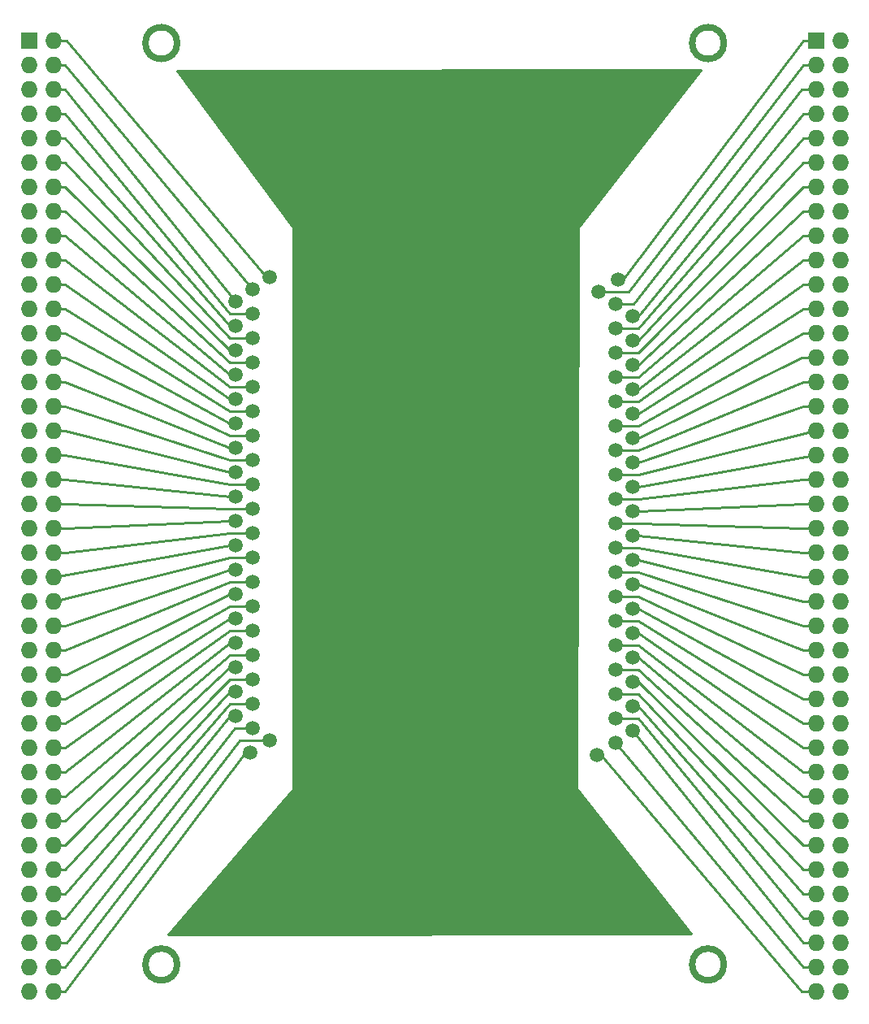
<source format=gbr>
G04 #@! TF.FileFunction,Copper,L2,Bot,Signal*
%FSLAX46Y46*%
G04 Gerber Fmt 4.6, Leading zero omitted, Abs format (unit mm)*
G04 Created by KiCad (PCBNEW (2015-08-03 BZR 6041)-product) date Thu 09 Jun 2016 21:10:09 CEST*
%MOMM*%
G01*
G04 APERTURE LIST*
%ADD10C,0.100000*%
%ADD11C,0.381000*%
%ADD12R,1.727200X1.727200*%
%ADD13O,1.727200X1.727200*%
%ADD14C,1.500000*%
%ADD15C,0.250000*%
%ADD16C,0.254000*%
G04 APERTURE END LIST*
D10*
D11*
X116838480Y-62500000D02*
G75*
G03X116838480Y-62500000I-1529080J0D01*
G01*
X117100100Y-62500000D02*
G75*
G03X117100100Y-62500000I-1790700J0D01*
G01*
X173838480Y-62500000D02*
G75*
G03X173838480Y-62500000I-1529080J0D01*
G01*
X174100100Y-62500000D02*
G75*
G03X174100100Y-62500000I-1790700J0D01*
G01*
X116838480Y-158490000D02*
G75*
G03X116838480Y-158490000I-1529080J0D01*
G01*
X117100100Y-158490000D02*
G75*
G03X117100100Y-158490000I-1790700J0D01*
G01*
X173838480Y-158490000D02*
G75*
G03X173838480Y-158490000I-1529080J0D01*
G01*
X174100100Y-158490000D02*
G75*
G03X174100100Y-158490000I-1790700J0D01*
G01*
D12*
X183560000Y-62230000D03*
D13*
X186100000Y-62230000D03*
X183560000Y-64770000D03*
X186100000Y-64770000D03*
X183560000Y-67310000D03*
X186100000Y-67310000D03*
X183560000Y-69850000D03*
X186100000Y-69850000D03*
X183560000Y-72390000D03*
X186100000Y-72390000D03*
X183560000Y-74930000D03*
X186100000Y-74930000D03*
X183560000Y-77470000D03*
X186100000Y-77470000D03*
X183560000Y-80010000D03*
X186100000Y-80010000D03*
X183560000Y-82550000D03*
X186100000Y-82550000D03*
X183560000Y-85090000D03*
X186100000Y-85090000D03*
X183560000Y-87630000D03*
X186100000Y-87630000D03*
X183560000Y-90170000D03*
X186100000Y-90170000D03*
X183560000Y-92710000D03*
X186100000Y-92710000D03*
X183560000Y-95250000D03*
X186100000Y-95250000D03*
X183560000Y-97790000D03*
X186100000Y-97790000D03*
X183560000Y-100330000D03*
X186100000Y-100330000D03*
X183560000Y-102870000D03*
X186100000Y-102870000D03*
X183560000Y-105410000D03*
X186100000Y-105410000D03*
X183560000Y-107950000D03*
X186100000Y-107950000D03*
X183560000Y-110490000D03*
X186100000Y-110490000D03*
X183560000Y-113030000D03*
X186100000Y-113030000D03*
X183560000Y-115570000D03*
X186100000Y-115570000D03*
X183560000Y-118110000D03*
X186100000Y-118110000D03*
X183560000Y-120650000D03*
X186100000Y-120650000D03*
X183560000Y-123190000D03*
X186100000Y-123190000D03*
X183560000Y-125730000D03*
X186100000Y-125730000D03*
X183560000Y-128270000D03*
X186100000Y-128270000D03*
X183560000Y-130810000D03*
X186100000Y-130810000D03*
X183560000Y-133350000D03*
X186100000Y-133350000D03*
X183560000Y-135890000D03*
X186100000Y-135890000D03*
X183560000Y-138430000D03*
X186100000Y-138430000D03*
X183560000Y-140970000D03*
X186100000Y-140970000D03*
X183560000Y-143510000D03*
X186100000Y-143510000D03*
X183560000Y-146050000D03*
X186100000Y-146050000D03*
X183560000Y-148590000D03*
X186100000Y-148590000D03*
X183560000Y-151130000D03*
X186100000Y-151130000D03*
X183560000Y-153670000D03*
X186100000Y-153670000D03*
X183560000Y-156210000D03*
X186100000Y-156210000D03*
X183560000Y-158750000D03*
X186100000Y-158750000D03*
X183560000Y-161290000D03*
X186100000Y-161290000D03*
D12*
X101520000Y-62230000D03*
D13*
X104060000Y-62230000D03*
X101520000Y-64770000D03*
X104060000Y-64770000D03*
X101520000Y-67310000D03*
X104060000Y-67310000D03*
X101520000Y-69850000D03*
X104060000Y-69850000D03*
X101520000Y-72390000D03*
X104060000Y-72390000D03*
X101520000Y-74930000D03*
X104060000Y-74930000D03*
X101520000Y-77470000D03*
X104060000Y-77470000D03*
X101520000Y-80010000D03*
X104060000Y-80010000D03*
X101520000Y-82550000D03*
X104060000Y-82550000D03*
X101520000Y-85090000D03*
X104060000Y-85090000D03*
X101520000Y-87630000D03*
X104060000Y-87630000D03*
X101520000Y-90170000D03*
X104060000Y-90170000D03*
X101520000Y-92710000D03*
X104060000Y-92710000D03*
X101520000Y-95250000D03*
X104060000Y-95250000D03*
X101520000Y-97790000D03*
X104060000Y-97790000D03*
X101520000Y-100330000D03*
X104060000Y-100330000D03*
X101520000Y-102870000D03*
X104060000Y-102870000D03*
X101520000Y-105410000D03*
X104060000Y-105410000D03*
X101520000Y-107950000D03*
X104060000Y-107950000D03*
X101520000Y-110490000D03*
X104060000Y-110490000D03*
X101520000Y-113030000D03*
X104060000Y-113030000D03*
X101520000Y-115570000D03*
X104060000Y-115570000D03*
X101520000Y-118110000D03*
X104060000Y-118110000D03*
X101520000Y-120650000D03*
X104060000Y-120650000D03*
X101520000Y-123190000D03*
X104060000Y-123190000D03*
X101520000Y-125730000D03*
X104060000Y-125730000D03*
X101520000Y-128270000D03*
X104060000Y-128270000D03*
X101520000Y-130810000D03*
X104060000Y-130810000D03*
X101520000Y-133350000D03*
X104060000Y-133350000D03*
X101520000Y-135890000D03*
X104060000Y-135890000D03*
X101520000Y-138430000D03*
X104060000Y-138430000D03*
X101520000Y-140970000D03*
X104060000Y-140970000D03*
X101520000Y-143510000D03*
X104060000Y-143510000D03*
X101520000Y-146050000D03*
X104060000Y-146050000D03*
X101520000Y-148590000D03*
X104060000Y-148590000D03*
X101520000Y-151130000D03*
X104060000Y-151130000D03*
X101520000Y-153670000D03*
X104060000Y-153670000D03*
X101520000Y-156210000D03*
X104060000Y-156210000D03*
X101520000Y-158750000D03*
X104060000Y-158750000D03*
X101520000Y-161290000D03*
X104060000Y-161290000D03*
D14*
X162643500Y-117597000D03*
X164421500Y-116327000D03*
X162643500Y-115057000D03*
X164421500Y-113787000D03*
X162643500Y-112517000D03*
X164421500Y-118867000D03*
X162643500Y-120137000D03*
X164421500Y-121407000D03*
X162643500Y-122677000D03*
X164421500Y-123947000D03*
X160738500Y-136647000D03*
X162643500Y-135377000D03*
X164421500Y-134107000D03*
X162643500Y-132837000D03*
X164421500Y-131567000D03*
X162643500Y-125217000D03*
X164421500Y-126487000D03*
X162643500Y-127757000D03*
X164421500Y-129027000D03*
X162643500Y-130297000D03*
X162643500Y-104897000D03*
X164421500Y-103627000D03*
X162643500Y-102357000D03*
X164421500Y-101087000D03*
X162643500Y-99817000D03*
X164421500Y-106167000D03*
X162643500Y-107437000D03*
X164421500Y-108707000D03*
X162643500Y-109977000D03*
X164421500Y-111247000D03*
X164421500Y-98547000D03*
X162643500Y-97277000D03*
X164421500Y-96007000D03*
X162643500Y-94737000D03*
X164421500Y-93467000D03*
X162897500Y-87117000D03*
X160865500Y-88387000D03*
X162643500Y-89657000D03*
X164421500Y-90927000D03*
X162643500Y-92197000D03*
X123083000Y-91943000D03*
X124861000Y-116073000D03*
X123083000Y-114803000D03*
X124861000Y-113533000D03*
X123083000Y-112263000D03*
X124861000Y-118613000D03*
X123083000Y-119883000D03*
X124861000Y-121153000D03*
X123083000Y-122423000D03*
X124861000Y-123693000D03*
X124607000Y-136393000D03*
X126639000Y-135123000D03*
X124861000Y-133853000D03*
X123083000Y-132583000D03*
X124861000Y-131313000D03*
X123083000Y-124963000D03*
X124861000Y-126233000D03*
X123083000Y-127503000D03*
X124861000Y-128773000D03*
X123083000Y-130043000D03*
X123083000Y-104643000D03*
X124861000Y-103373000D03*
X123083000Y-102103000D03*
X124861000Y-100833000D03*
X123083000Y-99563000D03*
X124861000Y-105913000D03*
X123083000Y-107183000D03*
X124861000Y-108453000D03*
X123083000Y-109723000D03*
X124861000Y-110993000D03*
X124861000Y-98293000D03*
X123083000Y-97023000D03*
X124861000Y-95753000D03*
X123083000Y-94483000D03*
X126639000Y-86863000D03*
X124861000Y-88133000D03*
X123083000Y-89403000D03*
X124861000Y-90673000D03*
X123083000Y-117343000D03*
X124861000Y-93213000D03*
D15*
X162643500Y-117597000D02*
X162648500Y-117592000D01*
X162648500Y-117592000D02*
X162643500Y-117597000D01*
X182221500Y-123180000D02*
X183444500Y-123180000D01*
X182221500Y-123180000D02*
X165076500Y-117592000D01*
X162648500Y-117592000D02*
X165076500Y-117592000D01*
X164426500Y-116322000D02*
X164421500Y-116327000D01*
X182221500Y-120640000D02*
X183444500Y-120640000D01*
X182221500Y-120640000D02*
X165076500Y-116322000D01*
X164426500Y-116322000D02*
X165076500Y-116322000D01*
X182221500Y-118100000D02*
X165076500Y-115052000D01*
X183444500Y-118100000D02*
X182221500Y-118100000D01*
X162648500Y-115052000D02*
X162643500Y-115057000D01*
X165076500Y-115052000D02*
X162648500Y-115052000D01*
X182221500Y-115560000D02*
X165076500Y-113782000D01*
X183444500Y-115560000D02*
X182221500Y-115560000D01*
X164426500Y-113782000D02*
X165076500Y-113782000D01*
X164421500Y-113787000D02*
X164426500Y-113782000D01*
X162643500Y-112517000D02*
X162648500Y-112512000D01*
X162648500Y-112512000D02*
X162643500Y-112517000D01*
X182221500Y-113020000D02*
X183444500Y-113020000D01*
X182221500Y-113020000D02*
X165076500Y-112512000D01*
X162648500Y-112512000D02*
X165076500Y-112512000D01*
X182221500Y-125720000D02*
X165076500Y-118862000D01*
X183444500Y-125720000D02*
X182221500Y-125720000D01*
X164426500Y-118862000D02*
X165076500Y-118862000D01*
X164421500Y-118867000D02*
X164426500Y-118862000D01*
X182221500Y-128260000D02*
X165076500Y-120132000D01*
X183444500Y-128260000D02*
X182221500Y-128260000D01*
X162643500Y-120137000D02*
X162648500Y-120132000D01*
X162648500Y-120132000D02*
X162643500Y-120137000D01*
X165076500Y-120132000D02*
X162648500Y-120132000D01*
X164426500Y-121402000D02*
X164421500Y-121407000D01*
X182221500Y-130800000D02*
X183444500Y-130800000D01*
X182221500Y-130800000D02*
X165076500Y-121402000D01*
X164426500Y-121402000D02*
X165076500Y-121402000D01*
X182221500Y-133340000D02*
X165076500Y-122672000D01*
X183444500Y-133340000D02*
X182221500Y-133340000D01*
X162648500Y-122672000D02*
X162643500Y-122677000D01*
X165076500Y-122672000D02*
X162648500Y-122672000D01*
X182221500Y-135880000D02*
X165076500Y-123942000D01*
X183444500Y-135880000D02*
X182221500Y-135880000D01*
X164426500Y-123942000D02*
X165076500Y-123942000D01*
X164421500Y-123947000D02*
X164426500Y-123942000D01*
X182094500Y-161280000D02*
X161139500Y-136642000D01*
X183444500Y-161280000D02*
X182094500Y-161280000D01*
X160743500Y-136642000D02*
X160738500Y-136647000D01*
X161139500Y-136642000D02*
X160743500Y-136642000D01*
X182221500Y-158740000D02*
X162643500Y-135377000D01*
X183444500Y-158740000D02*
X182221500Y-158740000D01*
X182221500Y-156200000D02*
X164441500Y-134102000D01*
X183444500Y-156200000D02*
X182221500Y-156200000D01*
X164426500Y-134102000D02*
X164441500Y-134102000D01*
X164421500Y-134107000D02*
X164426500Y-134102000D01*
X182221500Y-153660000D02*
X165076500Y-132832000D01*
X183444500Y-153660000D02*
X182221500Y-153660000D01*
X162648500Y-132832000D02*
X162643500Y-132837000D01*
X165076500Y-132832000D02*
X162648500Y-132832000D01*
X164426500Y-131562000D02*
X164421500Y-131567000D01*
X182221500Y-151120000D02*
X183444500Y-151120000D01*
X182221500Y-151120000D02*
X165076500Y-131562000D01*
X164426500Y-131562000D02*
X165076500Y-131562000D01*
X162648500Y-125212000D02*
X162643500Y-125217000D01*
X183444500Y-138420000D02*
X182221500Y-138420000D01*
X182221500Y-138420000D02*
X165076500Y-125212000D01*
X165076500Y-125212000D02*
X162648500Y-125212000D01*
X164426500Y-126482000D02*
X164421500Y-126487000D01*
X182221500Y-140960000D02*
X183444500Y-140960000D01*
X182221500Y-140960000D02*
X165076500Y-126482000D01*
X164426500Y-126482000D02*
X165076500Y-126482000D01*
X182221500Y-143500000D02*
X165076500Y-127752000D01*
X183444500Y-143500000D02*
X182221500Y-143500000D01*
X162648500Y-127752000D02*
X162643500Y-127757000D01*
X165076500Y-127752000D02*
X162648500Y-127752000D01*
X182221500Y-146040000D02*
X165076500Y-129022000D01*
X183444500Y-146040000D02*
X182221500Y-146040000D01*
X164426500Y-129022000D02*
X165076500Y-129022000D01*
X164421500Y-129027000D02*
X164426500Y-129022000D01*
X165081187Y-130296999D02*
X165076500Y-130292000D01*
X182221500Y-148580000D02*
X165081187Y-130296999D01*
X183444500Y-148580000D02*
X182221500Y-148580000D01*
X162643500Y-130297000D02*
X162648500Y-130292000D01*
X165081187Y-130297000D02*
X165081187Y-130296999D01*
X162643500Y-130297000D02*
X165081187Y-130297000D01*
X162648500Y-104892000D02*
X162643500Y-104897000D01*
X182221500Y-97780000D02*
X183444500Y-97780000D01*
X182221500Y-97780000D02*
X165076500Y-104892000D01*
X162648500Y-104892000D02*
X165076500Y-104892000D01*
X182221500Y-95240000D02*
X182094500Y-95240000D01*
X182094500Y-95240000D02*
X165076500Y-103622000D01*
X183444500Y-95240000D02*
X182221500Y-95240000D01*
X164426500Y-103622000D02*
X165076500Y-103622000D01*
X164421500Y-103627000D02*
X164426500Y-103622000D01*
X182221500Y-92700000D02*
X165076500Y-102352000D01*
X183444500Y-92700000D02*
X182221500Y-92700000D01*
X162648500Y-102352000D02*
X165076500Y-102352000D01*
X162643500Y-102357000D02*
X162648500Y-102352000D01*
X164426500Y-101082000D02*
X164421500Y-101087000D01*
X182221500Y-90160000D02*
X183444500Y-90160000D01*
X182221500Y-90160000D02*
X165076500Y-101082000D01*
X164426500Y-101082000D02*
X165076500Y-101082000D01*
X162648500Y-99812000D02*
X162643500Y-99817000D01*
X182221500Y-87620000D02*
X183444500Y-87620000D01*
X182221500Y-87620000D02*
X165076500Y-99812000D01*
X162648500Y-99812000D02*
X165076500Y-99812000D01*
X164426500Y-106162000D02*
X164421500Y-106167000D01*
X182221500Y-100320000D02*
X165076500Y-106162000D01*
X182221500Y-100320000D02*
X183444500Y-100320000D01*
X164426500Y-106162000D02*
X165076500Y-106162000D01*
X162643500Y-107437000D02*
X162648500Y-107432000D01*
X162648500Y-107432000D02*
X162643500Y-107437000D01*
X165076500Y-107432000D02*
X183444500Y-102860000D01*
X162648500Y-107432000D02*
X165076500Y-107432000D01*
X183444500Y-105400000D02*
X165076500Y-108702000D01*
X164426500Y-108702000D02*
X165076500Y-108702000D01*
X164421500Y-108707000D02*
X164426500Y-108702000D01*
X182221500Y-107940000D02*
X165076500Y-109972000D01*
X183444500Y-107940000D02*
X182221500Y-107940000D01*
X162648500Y-109972000D02*
X162643500Y-109977000D01*
X165076500Y-109972000D02*
X162648500Y-109972000D01*
X164426500Y-111242000D02*
X164421500Y-111247000D01*
X182221500Y-110480000D02*
X183444500Y-110480000D01*
X182221500Y-110480000D02*
X165076500Y-111242000D01*
X164426500Y-111242000D02*
X165076500Y-111242000D01*
X164426500Y-98542000D02*
X164421500Y-98547000D01*
X182221500Y-85080000D02*
X183444500Y-85080000D01*
X182221500Y-85080000D02*
X165076500Y-98542000D01*
X164426500Y-98542000D02*
X165076500Y-98542000D01*
X182221500Y-82540000D02*
X165076500Y-97272000D01*
X183444500Y-82540000D02*
X182221500Y-82540000D01*
X162648500Y-97272000D02*
X165076500Y-97272000D01*
X162643500Y-97277000D02*
X162648500Y-97272000D01*
X182221500Y-80000000D02*
X165076500Y-96002000D01*
X183444500Y-80000000D02*
X182221500Y-80000000D01*
X164426500Y-96002000D02*
X165076500Y-96002000D01*
X164421500Y-96007000D02*
X164426500Y-96002000D01*
X162648500Y-94732000D02*
X162643500Y-94737000D01*
X182221500Y-77460000D02*
X183444500Y-77460000D01*
X182221500Y-77460000D02*
X165076500Y-94732000D01*
X162648500Y-94732000D02*
X165076500Y-94732000D01*
X182221500Y-74920000D02*
X165076500Y-93462000D01*
X183444500Y-74920000D02*
X182221500Y-74920000D01*
X164426500Y-93462000D02*
X165076500Y-93462000D01*
X164421500Y-93467000D02*
X164426500Y-93462000D01*
X182221500Y-62220000D02*
X163425500Y-87112000D01*
X183444500Y-62220000D02*
X182221500Y-62220000D01*
X162902500Y-87112000D02*
X162897500Y-87117000D01*
X163425500Y-87112000D02*
X162902500Y-87112000D01*
X182221500Y-64760000D02*
X164060500Y-88382000D01*
X183444500Y-64760000D02*
X182221500Y-64760000D01*
X160870500Y-88382000D02*
X164060500Y-88382000D01*
X160865500Y-88387000D02*
X160870500Y-88382000D01*
X162648500Y-89652000D02*
X162643500Y-89657000D01*
X182094500Y-67300000D02*
X183444500Y-67300000D01*
X182094500Y-67300000D02*
X164568500Y-89652000D01*
X162648500Y-89652000D02*
X164568500Y-89652000D01*
X182221500Y-69840000D02*
X165076500Y-90922000D01*
X183444500Y-69840000D02*
X182221500Y-69840000D01*
X164426500Y-90922000D02*
X165076500Y-90922000D01*
X164421500Y-90927000D02*
X164426500Y-90922000D01*
X182221500Y-72380000D02*
X165076500Y-92192000D01*
X183444500Y-72380000D02*
X182221500Y-72380000D01*
X162648500Y-92192000D02*
X165076500Y-92192000D01*
X162643500Y-92197000D02*
X162648500Y-92192000D01*
X123078000Y-91948000D02*
X122428000Y-91948000D01*
X105283000Y-72390000D02*
X122428000Y-91948000D01*
X105283000Y-72390000D02*
X104060000Y-72390000D01*
X123078000Y-91948000D02*
X123083000Y-91943000D01*
X124856000Y-116078000D02*
X122428000Y-116078000D01*
X122428000Y-116078000D02*
X104060000Y-120650000D01*
X124856000Y-116078000D02*
X124861000Y-116073000D01*
X124861000Y-116073000D02*
X124856000Y-116078000D01*
X123083000Y-114803000D02*
X123078000Y-114808000D01*
X123078000Y-114808000D02*
X122428000Y-114808000D01*
X104060000Y-118110000D02*
X122428000Y-114808000D01*
X122428000Y-113538000D02*
X124856000Y-113538000D01*
X124856000Y-113538000D02*
X124861000Y-113533000D01*
X104060000Y-115570000D02*
X105283000Y-115570000D01*
X105283000Y-115570000D02*
X122428000Y-113538000D01*
X123078000Y-112268000D02*
X122428000Y-112268000D01*
X105283000Y-113030000D02*
X122428000Y-112268000D01*
X105283000Y-113030000D02*
X104060000Y-113030000D01*
X123078000Y-112268000D02*
X123083000Y-112263000D01*
X124856000Y-118618000D02*
X122428000Y-118618000D01*
X105283000Y-125730000D02*
X122428000Y-118618000D01*
X105283000Y-125730000D02*
X104060000Y-125730000D01*
X124856000Y-118618000D02*
X124861000Y-118613000D01*
X123083000Y-119883000D02*
X123078000Y-119888000D01*
X123078000Y-119888000D02*
X122428000Y-119888000D01*
X104060000Y-128270000D02*
X105283000Y-128270000D01*
X105410000Y-128270000D02*
X122428000Y-119888000D01*
X105283000Y-128270000D02*
X105410000Y-128270000D01*
X124861000Y-121153000D02*
X124856000Y-121158000D01*
X124856000Y-121158000D02*
X122428000Y-121158000D01*
X104060000Y-130810000D02*
X105283000Y-130810000D01*
X105283000Y-130810000D02*
X122428000Y-121158000D01*
X123078000Y-122428000D02*
X122428000Y-122428000D01*
X105283000Y-133350000D02*
X122428000Y-122428000D01*
X105283000Y-133350000D02*
X104060000Y-133350000D01*
X123078000Y-122428000D02*
X123083000Y-122423000D01*
X124856000Y-123698000D02*
X122428000Y-123698000D01*
X105283000Y-135890000D02*
X122428000Y-123698000D01*
X105283000Y-135890000D02*
X104060000Y-135890000D01*
X124856000Y-123698000D02*
X124861000Y-123693000D01*
X124079000Y-136398000D02*
X124602000Y-136398000D01*
X124602000Y-136398000D02*
X124607000Y-136393000D01*
X104060000Y-161290000D02*
X105283000Y-161290000D01*
X105283000Y-161290000D02*
X124079000Y-136398000D01*
X126639000Y-135123000D02*
X126634000Y-135128000D01*
X126634000Y-135128000D02*
X123444000Y-135128000D01*
X104060000Y-158750000D02*
X105283000Y-158750000D01*
X105283000Y-158750000D02*
X123444000Y-135128000D01*
X124856000Y-133858000D02*
X122936000Y-133858000D01*
X105410000Y-156210000D02*
X122936000Y-133858000D01*
X105410000Y-156210000D02*
X104060000Y-156210000D01*
X124856000Y-133858000D02*
X124861000Y-133853000D01*
X123083000Y-132583000D02*
X123078000Y-132588000D01*
X123078000Y-132588000D02*
X122428000Y-132588000D01*
X104060000Y-153670000D02*
X105283000Y-153670000D01*
X105283000Y-153670000D02*
X122428000Y-132588000D01*
X124861000Y-131313000D02*
X124856000Y-131318000D01*
X124856000Y-131318000D02*
X122428000Y-131318000D01*
X104060000Y-151130000D02*
X105283000Y-151130000D01*
X105283000Y-151130000D02*
X122428000Y-131318000D01*
X123078000Y-124968000D02*
X122428000Y-124968000D01*
X105283000Y-138430000D02*
X122428000Y-124968000D01*
X105283000Y-138430000D02*
X104060000Y-138430000D01*
X123078000Y-124968000D02*
X123083000Y-124963000D01*
X124861000Y-126233000D02*
X124856000Y-126238000D01*
X124856000Y-126238000D02*
X122428000Y-126238000D01*
X104060000Y-140970000D02*
X105283000Y-140970000D01*
X105283000Y-140970000D02*
X122428000Y-126238000D01*
X123083000Y-127503000D02*
X123078000Y-127508000D01*
X123078000Y-127508000D02*
X122428000Y-127508000D01*
X104060000Y-143510000D02*
X105283000Y-143510000D01*
X105283000Y-143510000D02*
X122428000Y-127508000D01*
X124856000Y-128778000D02*
X122428000Y-128778000D01*
X105283000Y-146050000D02*
X122428000Y-128778000D01*
X105283000Y-146050000D02*
X104060000Y-146050000D01*
X124856000Y-128778000D02*
X124861000Y-128773000D01*
X123083000Y-130043000D02*
X123078000Y-130048000D01*
X123078000Y-130048000D02*
X122428000Y-130048000D01*
X104060000Y-148590000D02*
X105283000Y-148590000D01*
X105283000Y-148590000D02*
X122428000Y-130048000D01*
X123083000Y-104643000D02*
X123078000Y-104648000D01*
X123078000Y-104648000D02*
X122428000Y-104648000D01*
X104060000Y-97790000D02*
X105283000Y-97790000D01*
X105283000Y-97790000D02*
X122428000Y-104648000D01*
X122428000Y-103378000D02*
X124856000Y-103378000D01*
X124856000Y-103378000D02*
X124861000Y-103373000D01*
X124861000Y-103373000D02*
X124856000Y-103378000D01*
X104060000Y-95250000D02*
X105283000Y-95250000D01*
X105283000Y-95250000D02*
X122428000Y-103378000D01*
X123078000Y-102108000D02*
X122428000Y-102108000D01*
X105283000Y-92710000D02*
X122428000Y-102108000D01*
X105283000Y-92710000D02*
X104060000Y-92710000D01*
X123078000Y-102108000D02*
X123083000Y-102103000D01*
X122428000Y-100838000D02*
X124856000Y-100838000D01*
X124856000Y-100838000D02*
X124861000Y-100833000D01*
X104060000Y-90170000D02*
X105283000Y-90170000D01*
X105283000Y-90170000D02*
X122428000Y-100838000D01*
X123083000Y-99563000D02*
X123078000Y-99568000D01*
X123078000Y-99568000D02*
X122428000Y-99568000D01*
X104060000Y-87630000D02*
X105283000Y-87630000D01*
X105283000Y-87630000D02*
X122428000Y-99568000D01*
X124856000Y-105918000D02*
X122428000Y-105918000D01*
X105283000Y-100330000D02*
X122428000Y-105918000D01*
X105283000Y-100330000D02*
X104060000Y-100330000D01*
X124856000Y-105918000D02*
X124861000Y-105913000D01*
X124861000Y-105913000D02*
X124856000Y-105918000D01*
X123078000Y-107188000D02*
X122428000Y-107188000D01*
X105283000Y-102870000D02*
X122428000Y-107188000D01*
X105283000Y-102870000D02*
X104060000Y-102870000D01*
X123078000Y-107188000D02*
X123083000Y-107183000D01*
X122428000Y-108458000D02*
X124856000Y-108458000D01*
X124856000Y-108458000D02*
X124861000Y-108453000D01*
X104060000Y-105410000D02*
X105283000Y-105410000D01*
X105283000Y-105410000D02*
X122428000Y-108458000D01*
X123083000Y-109723000D02*
X123078000Y-109728000D01*
X123078000Y-109728000D02*
X122428000Y-109728000D01*
X104060000Y-107950000D02*
X105283000Y-107950000D01*
X105283000Y-107950000D02*
X122428000Y-109728000D01*
X124856000Y-110998000D02*
X122428000Y-110998000D01*
X105283000Y-110490000D02*
X122428000Y-110998000D01*
X105283000Y-110490000D02*
X104060000Y-110490000D01*
X124856000Y-110998000D02*
X124861000Y-110993000D01*
X124861000Y-110993000D02*
X124856000Y-110998000D01*
X122428000Y-98298000D02*
X124856000Y-98298000D01*
X105283000Y-85090000D02*
X122428000Y-98298000D01*
X104060000Y-85090000D02*
X105283000Y-85090000D01*
X124856000Y-98298000D02*
X124861000Y-98293000D01*
X123078000Y-97028000D02*
X122428000Y-97028000D01*
X105283000Y-82550000D02*
X122428000Y-97028000D01*
X105283000Y-82550000D02*
X104060000Y-82550000D01*
X123078000Y-97028000D02*
X123083000Y-97023000D01*
X122428000Y-95758000D02*
X124856000Y-95758000D01*
X124856000Y-95758000D02*
X124861000Y-95753000D01*
X104060000Y-80010000D02*
X105283000Y-80010000D01*
X105283000Y-80010000D02*
X122428000Y-95758000D01*
X123083000Y-94483000D02*
X123078000Y-94488000D01*
X123078000Y-94488000D02*
X122428000Y-94488000D01*
X104060000Y-77470000D02*
X105283000Y-77470000D01*
X105283000Y-77470000D02*
X122428000Y-94488000D01*
X126238000Y-86868000D02*
X126634000Y-86868000D01*
X126634000Y-86868000D02*
X126639000Y-86863000D01*
X104060000Y-62230000D02*
X105410000Y-62230000D01*
X105410000Y-62230000D02*
X126238000Y-86868000D01*
X104060000Y-64770000D02*
X105283000Y-64770000D01*
X105283000Y-64770000D02*
X124861000Y-88133000D01*
X123083000Y-89403000D02*
X123078000Y-89408000D01*
X123078000Y-89408000D02*
X123063000Y-89408000D01*
X104060000Y-67310000D02*
X105283000Y-67310000D01*
X105283000Y-67310000D02*
X123063000Y-89408000D01*
X122428000Y-90678000D02*
X124856000Y-90678000D01*
X124856000Y-90678000D02*
X124861000Y-90673000D01*
X104060000Y-69850000D02*
X105283000Y-69850000D01*
X105283000Y-69850000D02*
X122428000Y-90678000D01*
X123078000Y-117348000D02*
X122428000Y-117348000D01*
X105283000Y-123190000D02*
X104060000Y-123190000D01*
X105283000Y-123190000D02*
X122428000Y-117348000D01*
X123078000Y-117348000D02*
X123083000Y-117343000D01*
X124861000Y-93213000D02*
X122423313Y-93213000D01*
X122423313Y-93213000D02*
X122423313Y-93213001D01*
X124861000Y-93213000D02*
X124856000Y-93218000D01*
X104060000Y-74930000D02*
X105283000Y-74930000D01*
X105283000Y-74930000D02*
X122423313Y-93213001D01*
X122423313Y-93213001D02*
X122428000Y-93218000D01*
D16*
G36*
X158776882Y-81709863D02*
X158754370Y-81754971D01*
X158750000Y-81787723D01*
X158623000Y-140080723D01*
X158632898Y-140130155D01*
X158650167Y-140159501D01*
X170548365Y-155290841D01*
X116019341Y-155341144D01*
X129021290Y-140222308D01*
X129045921Y-140178322D01*
X129052000Y-140139500D01*
X129052000Y-81783000D01*
X129041994Y-81733590D01*
X129027029Y-81707375D01*
X116917553Y-65370023D01*
X171565212Y-65324019D01*
X158776882Y-81709863D01*
X158776882Y-81709863D01*
G37*
X158776882Y-81709863D02*
X158754370Y-81754971D01*
X158750000Y-81787723D01*
X158623000Y-140080723D01*
X158632898Y-140130155D01*
X158650167Y-140159501D01*
X170548365Y-155290841D01*
X116019341Y-155341144D01*
X129021290Y-140222308D01*
X129045921Y-140178322D01*
X129052000Y-140139500D01*
X129052000Y-81783000D01*
X129041994Y-81733590D01*
X129027029Y-81707375D01*
X116917553Y-65370023D01*
X171565212Y-65324019D01*
X158776882Y-81709863D01*
M02*

</source>
